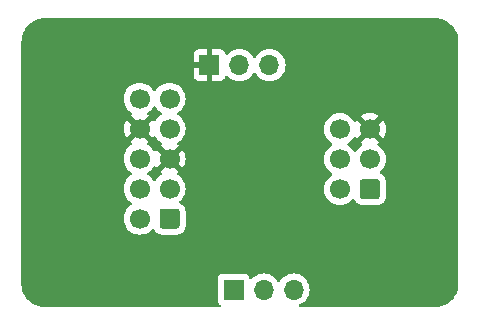
<source format=gbl>
G04 #@! TF.GenerationSoftware,KiCad,Pcbnew,8.0.5-8.0.5-0~ubuntu20.04.1*
G04 #@! TF.CreationDate,2025-01-24T13:48:22+00:00*
G04 #@! TF.ProjectId,wchlinke-tagconnect,7763686c-696e-46b6-952d-746167636f6e,rev?*
G04 #@! TF.SameCoordinates,Original*
G04 #@! TF.FileFunction,Copper,L2,Bot*
G04 #@! TF.FilePolarity,Positive*
%FSLAX46Y46*%
G04 Gerber Fmt 4.6, Leading zero omitted, Abs format (unit mm)*
G04 Created by KiCad (PCBNEW 8.0.5-8.0.5-0~ubuntu20.04.1) date 2025-01-24 13:48:22*
%MOMM*%
%LPD*%
G01*
G04 APERTURE LIST*
G04 #@! TA.AperFunction,ComponentPad*
%ADD10R,1.700000X1.700000*%
G04 #@! TD*
G04 #@! TA.AperFunction,ComponentPad*
%ADD11O,1.700000X1.700000*%
G04 #@! TD*
G04 #@! TA.AperFunction,ComponentPad*
%ADD12C,1.700000*%
G04 #@! TD*
G04 APERTURE END LIST*
D10*
X43460000Y-51000000D03*
D11*
X46000000Y-51000000D03*
X48540000Y-51000000D03*
G04 #@! TA.AperFunction,ComponentPad*
G36*
G01*
X38890000Y-44400000D02*
X38890000Y-45600000D01*
G75*
G02*
X38640000Y-45850000I-250000J0D01*
G01*
X37440000Y-45850000D01*
G75*
G02*
X37190000Y-45600000I0J250000D01*
G01*
X37190000Y-44400000D01*
G75*
G02*
X37440000Y-44150000I250000J0D01*
G01*
X38640000Y-44150000D01*
G75*
G02*
X38890000Y-44400000I0J-250000D01*
G01*
G37*
G04 #@! TD.AperFunction*
D12*
X35500000Y-45000000D03*
X38040000Y-42460000D03*
X35500000Y-42460000D03*
X38040000Y-39920000D03*
X35500000Y-39920000D03*
X38040000Y-37380000D03*
X35500000Y-37380000D03*
X38040000Y-34840000D03*
X35500000Y-34840000D03*
D10*
X41420000Y-32000000D03*
D11*
X43960000Y-32000000D03*
X46500000Y-32000000D03*
G04 #@! TA.AperFunction,ComponentPad*
G36*
G01*
X55850000Y-41900000D02*
X55850000Y-43100000D01*
G75*
G02*
X55600000Y-43350000I-250000J0D01*
G01*
X54400000Y-43350000D01*
G75*
G02*
X54150000Y-43100000I0J250000D01*
G01*
X54150000Y-41900000D01*
G75*
G02*
X54400000Y-41650000I250000J0D01*
G01*
X55600000Y-41650000D01*
G75*
G02*
X55850000Y-41900000I0J-250000D01*
G01*
G37*
G04 #@! TD.AperFunction*
D12*
X52460000Y-42500000D03*
X55000000Y-39960000D03*
X52460000Y-39960000D03*
X55000000Y-37420000D03*
X52460000Y-37420000D03*
G04 #@! TA.AperFunction,Conductor*
G36*
X37574075Y-40112993D02*
G01*
X37639901Y-40227007D01*
X37732993Y-40320099D01*
X37847007Y-40385925D01*
X37910590Y-40402962D01*
X37278625Y-41034925D01*
X37354594Y-41088119D01*
X37398219Y-41142696D01*
X37405413Y-41212194D01*
X37373890Y-41274549D01*
X37354595Y-41291269D01*
X37168594Y-41421508D01*
X37001505Y-41588597D01*
X36871575Y-41774158D01*
X36816998Y-41817783D01*
X36747500Y-41824977D01*
X36685145Y-41793454D01*
X36668425Y-41774158D01*
X36538494Y-41588597D01*
X36371402Y-41421506D01*
X36371396Y-41421501D01*
X36185842Y-41291575D01*
X36142217Y-41236998D01*
X36135023Y-41167500D01*
X36166546Y-41105145D01*
X36185842Y-41088425D01*
X36229557Y-41057815D01*
X36371401Y-40958495D01*
X36538495Y-40791401D01*
X36668732Y-40605403D01*
X36723307Y-40561780D01*
X36792805Y-40554586D01*
X36855160Y-40586109D01*
X36871880Y-40605405D01*
X36925073Y-40681373D01*
X37557037Y-40049409D01*
X37574075Y-40112993D01*
G37*
G04 #@! TD.AperFunction*
G04 #@! TA.AperFunction,Conductor*
G36*
X36614925Y-38141373D02*
G01*
X36668119Y-38065405D01*
X36722696Y-38021781D01*
X36792195Y-38014588D01*
X36854549Y-38046110D01*
X36871269Y-38065405D01*
X37001505Y-38251401D01*
X37168599Y-38418495D01*
X37353721Y-38548119D01*
X37354594Y-38548730D01*
X37398218Y-38603307D01*
X37405411Y-38672806D01*
X37373889Y-38735160D01*
X37354593Y-38751880D01*
X37278626Y-38805072D01*
X37278625Y-38805072D01*
X37910590Y-39437037D01*
X37847007Y-39454075D01*
X37732993Y-39519901D01*
X37639901Y-39612993D01*
X37574075Y-39727007D01*
X37557037Y-39790590D01*
X36925073Y-39158626D01*
X36871881Y-39234594D01*
X36817304Y-39278219D01*
X36747806Y-39285413D01*
X36685451Y-39253891D01*
X36668730Y-39234594D01*
X36538494Y-39048597D01*
X36371402Y-38881506D01*
X36371401Y-38881505D01*
X36203844Y-38764180D01*
X36185405Y-38751269D01*
X36141781Y-38696692D01*
X36134588Y-38627193D01*
X36166110Y-38564839D01*
X36185405Y-38548119D01*
X36261373Y-38494925D01*
X35629409Y-37862962D01*
X35692993Y-37845925D01*
X35807007Y-37780099D01*
X35900099Y-37687007D01*
X35965925Y-37572993D01*
X35982962Y-37509410D01*
X36614925Y-38141373D01*
G37*
G04 #@! TD.AperFunction*
G04 #@! TA.AperFunction,Conductor*
G36*
X36854855Y-35506546D02*
G01*
X36871575Y-35525842D01*
X37001501Y-35711396D01*
X37001506Y-35711402D01*
X37168597Y-35878493D01*
X37168603Y-35878498D01*
X37354158Y-36008425D01*
X37397783Y-36063002D01*
X37404977Y-36132500D01*
X37373454Y-36194855D01*
X37354158Y-36211575D01*
X37168597Y-36341505D01*
X37001505Y-36508597D01*
X36871269Y-36694595D01*
X36816692Y-36738220D01*
X36747194Y-36745414D01*
X36684839Y-36713891D01*
X36668119Y-36694595D01*
X36614925Y-36618626D01*
X36614925Y-36618625D01*
X35982962Y-37250589D01*
X35965925Y-37187007D01*
X35900099Y-37072993D01*
X35807007Y-36979901D01*
X35692993Y-36914075D01*
X35629410Y-36897037D01*
X36261373Y-36265073D01*
X36261373Y-36265072D01*
X36185405Y-36211880D01*
X36141780Y-36157304D01*
X36134586Y-36087805D01*
X36166108Y-36025451D01*
X36185399Y-36008734D01*
X36371401Y-35878495D01*
X36538495Y-35711401D01*
X36668425Y-35525842D01*
X36723002Y-35482217D01*
X36792500Y-35475023D01*
X36854855Y-35506546D01*
G37*
G04 #@! TD.AperFunction*
G04 #@! TA.AperFunction,Conductor*
G36*
X54534075Y-37612993D02*
G01*
X54599901Y-37727007D01*
X54692993Y-37820099D01*
X54807007Y-37885925D01*
X54870590Y-37902962D01*
X54238625Y-38534925D01*
X54314594Y-38588119D01*
X54358219Y-38642696D01*
X54365413Y-38712194D01*
X54333890Y-38774549D01*
X54314595Y-38791269D01*
X54128594Y-38921508D01*
X53961505Y-39088597D01*
X53831575Y-39274158D01*
X53776998Y-39317783D01*
X53707500Y-39324977D01*
X53645145Y-39293454D01*
X53628425Y-39274158D01*
X53498494Y-39088597D01*
X53331402Y-38921506D01*
X53331396Y-38921501D01*
X53145842Y-38791575D01*
X53102217Y-38736998D01*
X53095023Y-38667500D01*
X53126546Y-38605145D01*
X53145842Y-38588425D01*
X53222248Y-38534925D01*
X53331401Y-38458495D01*
X53498495Y-38291401D01*
X53628732Y-38105403D01*
X53683307Y-38061780D01*
X53752805Y-38054586D01*
X53815160Y-38086109D01*
X53831880Y-38105405D01*
X53885073Y-38181373D01*
X54517037Y-37549409D01*
X54534075Y-37612993D01*
G37*
G04 #@! TD.AperFunction*
G04 #@! TA.AperFunction,Conductor*
G36*
X60504043Y-28000765D02*
G01*
X60752895Y-28017075D01*
X60768953Y-28019190D01*
X60976105Y-28060395D01*
X61009535Y-28067045D01*
X61025202Y-28071243D01*
X61194947Y-28128863D01*
X61257481Y-28150091D01*
X61272458Y-28156294D01*
X61481799Y-28259529D01*
X61492460Y-28264787D01*
X61506508Y-28272897D01*
X61710464Y-28409177D01*
X61723328Y-28419048D01*
X61907749Y-28580781D01*
X61919218Y-28592250D01*
X62080951Y-28776671D01*
X62090825Y-28789539D01*
X62227102Y-28993492D01*
X62235212Y-29007539D01*
X62343702Y-29227534D01*
X62349909Y-29242520D01*
X62428756Y-29474797D01*
X62432954Y-29490464D01*
X62480807Y-29731035D01*
X62482925Y-29747116D01*
X62499235Y-29995956D01*
X62499500Y-30004066D01*
X62499500Y-50495933D01*
X62499235Y-50504043D01*
X62482925Y-50752883D01*
X62480807Y-50768964D01*
X62432954Y-51009535D01*
X62428756Y-51025202D01*
X62349909Y-51257479D01*
X62343702Y-51272465D01*
X62235212Y-51492460D01*
X62227102Y-51506507D01*
X62090825Y-51710460D01*
X62080951Y-51723328D01*
X61919218Y-51907749D01*
X61907749Y-51919218D01*
X61723328Y-52080951D01*
X61710460Y-52090825D01*
X61506507Y-52227102D01*
X61492460Y-52235212D01*
X61272465Y-52343702D01*
X61257479Y-52349909D01*
X61025202Y-52428756D01*
X61009535Y-52432954D01*
X60768964Y-52480807D01*
X60752883Y-52482925D01*
X60504043Y-52499235D01*
X60495933Y-52499500D01*
X49079196Y-52499500D01*
X49012157Y-52479815D01*
X48966402Y-52427011D01*
X48956458Y-52357853D01*
X48985483Y-52294297D01*
X49026791Y-52263118D01*
X49217830Y-52174035D01*
X49411401Y-52038495D01*
X49578495Y-51871401D01*
X49714035Y-51677830D01*
X49813903Y-51463663D01*
X49875063Y-51235408D01*
X49895659Y-51000000D01*
X49875063Y-50764592D01*
X49813903Y-50536337D01*
X49714035Y-50322171D01*
X49708425Y-50314158D01*
X49578494Y-50128597D01*
X49411402Y-49961506D01*
X49411395Y-49961501D01*
X49217834Y-49825967D01*
X49217830Y-49825965D01*
X49217828Y-49825964D01*
X49003663Y-49726097D01*
X49003659Y-49726096D01*
X49003655Y-49726094D01*
X48775413Y-49664938D01*
X48775403Y-49664936D01*
X48540001Y-49644341D01*
X48539999Y-49644341D01*
X48304596Y-49664936D01*
X48304586Y-49664938D01*
X48076344Y-49726094D01*
X48076335Y-49726098D01*
X47862171Y-49825964D01*
X47862169Y-49825965D01*
X47668597Y-49961505D01*
X47501505Y-50128597D01*
X47371575Y-50314158D01*
X47316998Y-50357783D01*
X47247500Y-50364977D01*
X47185145Y-50333454D01*
X47168425Y-50314158D01*
X47038494Y-50128597D01*
X46871402Y-49961506D01*
X46871395Y-49961501D01*
X46677834Y-49825967D01*
X46677830Y-49825965D01*
X46677828Y-49825964D01*
X46463663Y-49726097D01*
X46463659Y-49726096D01*
X46463655Y-49726094D01*
X46235413Y-49664938D01*
X46235403Y-49664936D01*
X46000001Y-49644341D01*
X45999999Y-49644341D01*
X45764596Y-49664936D01*
X45764586Y-49664938D01*
X45536344Y-49726094D01*
X45536335Y-49726098D01*
X45322171Y-49825964D01*
X45322169Y-49825965D01*
X45128600Y-49961503D01*
X45006673Y-50083430D01*
X44945350Y-50116914D01*
X44875658Y-50111930D01*
X44819725Y-50070058D01*
X44802810Y-50039081D01*
X44753797Y-49907671D01*
X44753793Y-49907664D01*
X44667547Y-49792455D01*
X44667544Y-49792452D01*
X44552335Y-49706206D01*
X44552328Y-49706202D01*
X44417482Y-49655908D01*
X44417483Y-49655908D01*
X44357883Y-49649501D01*
X44357881Y-49649500D01*
X44357873Y-49649500D01*
X44357864Y-49649500D01*
X42562129Y-49649500D01*
X42562123Y-49649501D01*
X42502516Y-49655908D01*
X42367671Y-49706202D01*
X42367664Y-49706206D01*
X42252455Y-49792452D01*
X42252452Y-49792455D01*
X42166206Y-49907664D01*
X42166202Y-49907671D01*
X42115908Y-50042517D01*
X42109501Y-50102116D01*
X42109500Y-50102135D01*
X42109500Y-51897870D01*
X42109501Y-51897876D01*
X42115908Y-51957483D01*
X42166202Y-52092328D01*
X42166206Y-52092335D01*
X42252452Y-52207544D01*
X42252455Y-52207547D01*
X42344208Y-52276234D01*
X42386079Y-52332168D01*
X42391063Y-52401859D01*
X42357577Y-52463182D01*
X42296254Y-52496666D01*
X42269897Y-52499500D01*
X27504067Y-52499500D01*
X27495957Y-52499235D01*
X27247116Y-52482925D01*
X27231035Y-52480807D01*
X26990464Y-52432954D01*
X26974797Y-52428756D01*
X26742520Y-52349909D01*
X26727534Y-52343702D01*
X26507539Y-52235212D01*
X26493492Y-52227102D01*
X26291793Y-52092331D01*
X26289537Y-52090824D01*
X26276671Y-52080951D01*
X26092250Y-51919218D01*
X26080781Y-51907749D01*
X25919048Y-51723328D01*
X25909174Y-51710460D01*
X25887371Y-51677830D01*
X25772897Y-51506507D01*
X25764787Y-51492460D01*
X25658855Y-51277652D01*
X25656294Y-51272458D01*
X25650090Y-51257479D01*
X25571243Y-51025202D01*
X25567045Y-51009535D01*
X25559186Y-50970026D01*
X25519190Y-50768953D01*
X25517075Y-50752895D01*
X25500765Y-50504043D01*
X25500500Y-50495933D01*
X25500500Y-34839999D01*
X34144341Y-34839999D01*
X34144341Y-34840000D01*
X34164936Y-35075403D01*
X34164938Y-35075413D01*
X34226094Y-35303655D01*
X34226096Y-35303659D01*
X34226097Y-35303663D01*
X34230000Y-35312032D01*
X34325965Y-35517830D01*
X34325967Y-35517834D01*
X34434281Y-35672521D01*
X34461505Y-35711401D01*
X34628599Y-35878495D01*
X34814158Y-36008425D01*
X34814594Y-36008730D01*
X34858218Y-36063307D01*
X34865411Y-36132806D01*
X34833889Y-36195160D01*
X34814593Y-36211880D01*
X34738626Y-36265072D01*
X34738625Y-36265072D01*
X35370590Y-36897037D01*
X35307007Y-36914075D01*
X35192993Y-36979901D01*
X35099901Y-37072993D01*
X35034075Y-37187007D01*
X35017037Y-37250590D01*
X34385072Y-36618625D01*
X34326401Y-36702419D01*
X34226570Y-36916507D01*
X34226566Y-36916516D01*
X34165432Y-37144673D01*
X34165430Y-37144684D01*
X34144843Y-37379998D01*
X34144843Y-37380001D01*
X34165430Y-37615315D01*
X34165432Y-37615326D01*
X34226566Y-37843483D01*
X34226570Y-37843492D01*
X34326400Y-38057579D01*
X34326402Y-38057583D01*
X34385072Y-38141373D01*
X34385073Y-38141373D01*
X35017037Y-37509409D01*
X35034075Y-37572993D01*
X35099901Y-37687007D01*
X35192993Y-37780099D01*
X35307007Y-37845925D01*
X35370590Y-37862962D01*
X34738625Y-38494925D01*
X34814594Y-38548119D01*
X34858219Y-38602696D01*
X34865413Y-38672194D01*
X34833890Y-38734549D01*
X34814595Y-38751269D01*
X34628594Y-38881508D01*
X34461505Y-39048597D01*
X34325965Y-39242169D01*
X34325964Y-39242171D01*
X34226098Y-39456335D01*
X34226094Y-39456344D01*
X34164938Y-39684586D01*
X34164936Y-39684596D01*
X34144341Y-39919999D01*
X34144341Y-39920000D01*
X34164936Y-40155403D01*
X34164938Y-40155413D01*
X34226094Y-40383655D01*
X34226096Y-40383659D01*
X34226097Y-40383663D01*
X34244750Y-40423664D01*
X34325965Y-40597830D01*
X34325967Y-40597834D01*
X34346072Y-40626546D01*
X34461501Y-40791396D01*
X34461506Y-40791402D01*
X34628597Y-40958493D01*
X34628603Y-40958498D01*
X34814158Y-41088425D01*
X34857783Y-41143002D01*
X34864977Y-41212500D01*
X34833454Y-41274855D01*
X34814158Y-41291575D01*
X34628597Y-41421505D01*
X34461505Y-41588597D01*
X34325965Y-41782169D01*
X34325964Y-41782171D01*
X34226098Y-41996335D01*
X34226094Y-41996344D01*
X34164938Y-42224586D01*
X34164936Y-42224596D01*
X34144341Y-42459999D01*
X34144341Y-42460000D01*
X34164936Y-42695403D01*
X34164938Y-42695413D01*
X34226094Y-42923655D01*
X34226096Y-42923659D01*
X34226097Y-42923663D01*
X34244750Y-42963664D01*
X34325965Y-43137830D01*
X34325967Y-43137834D01*
X34353973Y-43177830D01*
X34461501Y-43331396D01*
X34461506Y-43331402D01*
X34628597Y-43498493D01*
X34628603Y-43498498D01*
X34814158Y-43628425D01*
X34857783Y-43683002D01*
X34864977Y-43752500D01*
X34833454Y-43814855D01*
X34814158Y-43831575D01*
X34628597Y-43961505D01*
X34461505Y-44128597D01*
X34325965Y-44322169D01*
X34325964Y-44322171D01*
X34226098Y-44536335D01*
X34226094Y-44536344D01*
X34164938Y-44764586D01*
X34164936Y-44764596D01*
X34144341Y-44999999D01*
X34144341Y-45000000D01*
X34164936Y-45235403D01*
X34164938Y-45235413D01*
X34226094Y-45463655D01*
X34226096Y-45463659D01*
X34226097Y-45463663D01*
X34310499Y-45644663D01*
X34325965Y-45677830D01*
X34325967Y-45677834D01*
X34432670Y-45830220D01*
X34461505Y-45871401D01*
X34628599Y-46038495D01*
X34671675Y-46068657D01*
X34822165Y-46174032D01*
X34822167Y-46174033D01*
X34822170Y-46174035D01*
X35036337Y-46273903D01*
X35264592Y-46335063D01*
X35441034Y-46350500D01*
X35499999Y-46355659D01*
X35500000Y-46355659D01*
X35500001Y-46355659D01*
X35558966Y-46350500D01*
X35735408Y-46335063D01*
X35963663Y-46273903D01*
X36177830Y-46174035D01*
X36371401Y-46038495D01*
X36538495Y-45871401D01*
X36538504Y-45871388D01*
X36539636Y-45870040D01*
X36540293Y-45869602D01*
X36542323Y-45867573D01*
X36542730Y-45867980D01*
X36597805Y-45831334D01*
X36667666Y-45830220D01*
X36727038Y-45867053D01*
X36752335Y-45910733D01*
X36755186Y-45919334D01*
X36847288Y-46068656D01*
X36971344Y-46192712D01*
X37120666Y-46284814D01*
X37287203Y-46339999D01*
X37389991Y-46350500D01*
X38690008Y-46350499D01*
X38792797Y-46339999D01*
X38959334Y-46284814D01*
X39108656Y-46192712D01*
X39232712Y-46068656D01*
X39324814Y-45919334D01*
X39379999Y-45752797D01*
X39390500Y-45650009D01*
X39390499Y-44349992D01*
X39379999Y-44247203D01*
X39324814Y-44080666D01*
X39232712Y-43931344D01*
X39108656Y-43807288D01*
X39015888Y-43750069D01*
X38959336Y-43715187D01*
X38959331Y-43715185D01*
X38959215Y-43715146D01*
X38950733Y-43712336D01*
X38893290Y-43672564D01*
X38866467Y-43608048D01*
X38878782Y-43539272D01*
X38907767Y-43502517D01*
X38907573Y-43502323D01*
X38909219Y-43500676D01*
X38910040Y-43499636D01*
X38911388Y-43498504D01*
X38911401Y-43498495D01*
X39078495Y-43331401D01*
X39214035Y-43137830D01*
X39313903Y-42923663D01*
X39375063Y-42695408D01*
X39395659Y-42460000D01*
X39375063Y-42224592D01*
X39313903Y-41996337D01*
X39214035Y-41782171D01*
X39208425Y-41774158D01*
X39078494Y-41588597D01*
X38911402Y-41421506D01*
X38911401Y-41421505D01*
X38725405Y-41291269D01*
X38681781Y-41236692D01*
X38674588Y-41167193D01*
X38706110Y-41104839D01*
X38725405Y-41088119D01*
X38801373Y-41034925D01*
X38169409Y-40402962D01*
X38232993Y-40385925D01*
X38347007Y-40320099D01*
X38440099Y-40227007D01*
X38505925Y-40112993D01*
X38522962Y-40049410D01*
X39154925Y-40681373D01*
X39154926Y-40681373D01*
X39213598Y-40597582D01*
X39213600Y-40597578D01*
X39313429Y-40383492D01*
X39313433Y-40383483D01*
X39374567Y-40155326D01*
X39374569Y-40155315D01*
X39395157Y-39920001D01*
X39395157Y-39919998D01*
X39374569Y-39684684D01*
X39374567Y-39684673D01*
X39313433Y-39456516D01*
X39313429Y-39456507D01*
X39213600Y-39242423D01*
X39213599Y-39242421D01*
X39154925Y-39158626D01*
X39154925Y-39158625D01*
X38522962Y-39790589D01*
X38505925Y-39727007D01*
X38440099Y-39612993D01*
X38347007Y-39519901D01*
X38232993Y-39454075D01*
X38169410Y-39437037D01*
X38801373Y-38805073D01*
X38801373Y-38805072D01*
X38725405Y-38751880D01*
X38681780Y-38697304D01*
X38674586Y-38627805D01*
X38706108Y-38565451D01*
X38725399Y-38548734D01*
X38911401Y-38418495D01*
X39078495Y-38251401D01*
X39214035Y-38057830D01*
X39313903Y-37843663D01*
X39375063Y-37615408D01*
X39392159Y-37419999D01*
X51104341Y-37419999D01*
X51104341Y-37420000D01*
X51124936Y-37655403D01*
X51124938Y-37655413D01*
X51186094Y-37883655D01*
X51186096Y-37883659D01*
X51186097Y-37883663D01*
X51267313Y-38057830D01*
X51285965Y-38097830D01*
X51285967Y-38097834D01*
X51316454Y-38141373D01*
X51421501Y-38291396D01*
X51421506Y-38291402D01*
X51588597Y-38458493D01*
X51588603Y-38458498D01*
X51774158Y-38588425D01*
X51817783Y-38643002D01*
X51824977Y-38712500D01*
X51793454Y-38774855D01*
X51774158Y-38791575D01*
X51588597Y-38921505D01*
X51421505Y-39088597D01*
X51285965Y-39282169D01*
X51285964Y-39282171D01*
X51186098Y-39496335D01*
X51186094Y-39496344D01*
X51124938Y-39724586D01*
X51124936Y-39724596D01*
X51104341Y-39959999D01*
X51104341Y-39960000D01*
X51124936Y-40195403D01*
X51124938Y-40195413D01*
X51186094Y-40423655D01*
X51186096Y-40423659D01*
X51186097Y-40423663D01*
X51190000Y-40432032D01*
X51285965Y-40637830D01*
X51285967Y-40637834D01*
X51316454Y-40681373D01*
X51421501Y-40831396D01*
X51421506Y-40831402D01*
X51588597Y-40998493D01*
X51588603Y-40998498D01*
X51774158Y-41128425D01*
X51817783Y-41183002D01*
X51824977Y-41252500D01*
X51793454Y-41314855D01*
X51774158Y-41331575D01*
X51588597Y-41461505D01*
X51421505Y-41628597D01*
X51285965Y-41822169D01*
X51285964Y-41822171D01*
X51186098Y-42036335D01*
X51186094Y-42036344D01*
X51124938Y-42264586D01*
X51124936Y-42264596D01*
X51104341Y-42499999D01*
X51104341Y-42500000D01*
X51124936Y-42735403D01*
X51124938Y-42735413D01*
X51186094Y-42963655D01*
X51186096Y-42963659D01*
X51186097Y-42963663D01*
X51250706Y-43102217D01*
X51285965Y-43177830D01*
X51285967Y-43177834D01*
X51392670Y-43330220D01*
X51421505Y-43371401D01*
X51588599Y-43538495D01*
X51631675Y-43568657D01*
X51782165Y-43674032D01*
X51782167Y-43674033D01*
X51782170Y-43674035D01*
X51996337Y-43773903D01*
X51996343Y-43773904D01*
X51996344Y-43773905D01*
X52037050Y-43784812D01*
X52224592Y-43835063D01*
X52401034Y-43850500D01*
X52459999Y-43855659D01*
X52460000Y-43855659D01*
X52460001Y-43855659D01*
X52518966Y-43850500D01*
X52695408Y-43835063D01*
X52923663Y-43773903D01*
X53137830Y-43674035D01*
X53331401Y-43538495D01*
X53498495Y-43371401D01*
X53498504Y-43371388D01*
X53499636Y-43370040D01*
X53500293Y-43369602D01*
X53502323Y-43367573D01*
X53502730Y-43367980D01*
X53557805Y-43331334D01*
X53627666Y-43330220D01*
X53687038Y-43367053D01*
X53712335Y-43410733D01*
X53715186Y-43419334D01*
X53807288Y-43568656D01*
X53931344Y-43692712D01*
X54080666Y-43784814D01*
X54247203Y-43839999D01*
X54349991Y-43850500D01*
X55650008Y-43850499D01*
X55752797Y-43839999D01*
X55919334Y-43784814D01*
X56068656Y-43692712D01*
X56192712Y-43568656D01*
X56284814Y-43419334D01*
X56339999Y-43252797D01*
X56350500Y-43150009D01*
X56350499Y-41849992D01*
X56342752Y-41774158D01*
X56339999Y-41747203D01*
X56339998Y-41747200D01*
X56306699Y-41646711D01*
X56284814Y-41580666D01*
X56192712Y-41431344D01*
X56068656Y-41307288D01*
X55954201Y-41236692D01*
X55919336Y-41215187D01*
X55919331Y-41215185D01*
X55919215Y-41215146D01*
X55910733Y-41212336D01*
X55853290Y-41172564D01*
X55826467Y-41108048D01*
X55838782Y-41039272D01*
X55867767Y-41002517D01*
X55867573Y-41002323D01*
X55869219Y-41000676D01*
X55870040Y-40999636D01*
X55871388Y-40998504D01*
X55871401Y-40998495D01*
X56038495Y-40831401D01*
X56174035Y-40637830D01*
X56273903Y-40423663D01*
X56335063Y-40195408D01*
X56355659Y-39960000D01*
X56335063Y-39724592D01*
X56273903Y-39496337D01*
X56174035Y-39282171D01*
X56168425Y-39274158D01*
X56038494Y-39088597D01*
X55871402Y-38921506D01*
X55871401Y-38921505D01*
X55685405Y-38791269D01*
X55641781Y-38736692D01*
X55634588Y-38667193D01*
X55666110Y-38604839D01*
X55685405Y-38588119D01*
X55761373Y-38534925D01*
X55129409Y-37902962D01*
X55192993Y-37885925D01*
X55307007Y-37820099D01*
X55400099Y-37727007D01*
X55465925Y-37612993D01*
X55482962Y-37549410D01*
X56114925Y-38181373D01*
X56114926Y-38181373D01*
X56173598Y-38097582D01*
X56173600Y-38097578D01*
X56273429Y-37883492D01*
X56273433Y-37883483D01*
X56334567Y-37655326D01*
X56334569Y-37655315D01*
X56355157Y-37420001D01*
X56355157Y-37419998D01*
X56334569Y-37184684D01*
X56334567Y-37184673D01*
X56273433Y-36956516D01*
X56273429Y-36956507D01*
X56173600Y-36742423D01*
X56173599Y-36742421D01*
X56114925Y-36658626D01*
X56114925Y-36658625D01*
X55482962Y-37290589D01*
X55465925Y-37227007D01*
X55400099Y-37112993D01*
X55307007Y-37019901D01*
X55192993Y-36954075D01*
X55129410Y-36937037D01*
X55761373Y-36305073D01*
X55761373Y-36305072D01*
X55677583Y-36246402D01*
X55677579Y-36246400D01*
X55463492Y-36146570D01*
X55463483Y-36146566D01*
X55235326Y-36085432D01*
X55235315Y-36085430D01*
X55000002Y-36064843D01*
X54999998Y-36064843D01*
X54764684Y-36085430D01*
X54764673Y-36085432D01*
X54536516Y-36146566D01*
X54536507Y-36146570D01*
X54322419Y-36246401D01*
X54238625Y-36305072D01*
X54870590Y-36937037D01*
X54807007Y-36954075D01*
X54692993Y-37019901D01*
X54599901Y-37112993D01*
X54534075Y-37227007D01*
X54517037Y-37290590D01*
X53885073Y-36658626D01*
X53831881Y-36734594D01*
X53777304Y-36778219D01*
X53707806Y-36785413D01*
X53645451Y-36753891D01*
X53628730Y-36734594D01*
X53498494Y-36548597D01*
X53331402Y-36381506D01*
X53331395Y-36381501D01*
X53137834Y-36245967D01*
X53137830Y-36245965D01*
X53137828Y-36245964D01*
X52923663Y-36146097D01*
X52923659Y-36146096D01*
X52923655Y-36146094D01*
X52695413Y-36084938D01*
X52695403Y-36084936D01*
X52460001Y-36064341D01*
X52459999Y-36064341D01*
X52224596Y-36084936D01*
X52224586Y-36084938D01*
X51996344Y-36146094D01*
X51996335Y-36146098D01*
X51782171Y-36245964D01*
X51782169Y-36245965D01*
X51588597Y-36381505D01*
X51421505Y-36548597D01*
X51285965Y-36742169D01*
X51285964Y-36742171D01*
X51186098Y-36956335D01*
X51186094Y-36956344D01*
X51124938Y-37184586D01*
X51124936Y-37184596D01*
X51104341Y-37419999D01*
X39392159Y-37419999D01*
X39395659Y-37380000D01*
X39393399Y-37354174D01*
X39389900Y-37314174D01*
X39375063Y-37144592D01*
X39324015Y-36954075D01*
X39313905Y-36916344D01*
X39313904Y-36916343D01*
X39313903Y-36916337D01*
X39214035Y-36702171D01*
X39208731Y-36694595D01*
X39078494Y-36508597D01*
X38911402Y-36341506D01*
X38911396Y-36341501D01*
X38725842Y-36211575D01*
X38682217Y-36156998D01*
X38675023Y-36087500D01*
X38706546Y-36025145D01*
X38725842Y-36008425D01*
X38748026Y-35992891D01*
X38911401Y-35878495D01*
X39078495Y-35711401D01*
X39214035Y-35517830D01*
X39313903Y-35303663D01*
X39375063Y-35075408D01*
X39395659Y-34840000D01*
X39375063Y-34604592D01*
X39313903Y-34376337D01*
X39214035Y-34162171D01*
X39208425Y-34154158D01*
X39078494Y-33968597D01*
X38911402Y-33801506D01*
X38911395Y-33801501D01*
X38717834Y-33665967D01*
X38717830Y-33665965D01*
X38717828Y-33665964D01*
X38503663Y-33566097D01*
X38503659Y-33566096D01*
X38503655Y-33566094D01*
X38275413Y-33504938D01*
X38275403Y-33504936D01*
X38040001Y-33484341D01*
X38039999Y-33484341D01*
X37804596Y-33504936D01*
X37804586Y-33504938D01*
X37576344Y-33566094D01*
X37576335Y-33566098D01*
X37362171Y-33665964D01*
X37362169Y-33665965D01*
X37168597Y-33801505D01*
X37001505Y-33968597D01*
X36871575Y-34154158D01*
X36816998Y-34197783D01*
X36747500Y-34204977D01*
X36685145Y-34173454D01*
X36668425Y-34154158D01*
X36538494Y-33968597D01*
X36371402Y-33801506D01*
X36371395Y-33801501D01*
X36177834Y-33665967D01*
X36177830Y-33665965D01*
X36177828Y-33665964D01*
X35963663Y-33566097D01*
X35963659Y-33566096D01*
X35963655Y-33566094D01*
X35735413Y-33504938D01*
X35735403Y-33504936D01*
X35500001Y-33484341D01*
X35499999Y-33484341D01*
X35264596Y-33504936D01*
X35264586Y-33504938D01*
X35036344Y-33566094D01*
X35036335Y-33566098D01*
X34822171Y-33665964D01*
X34822169Y-33665965D01*
X34628597Y-33801505D01*
X34461505Y-33968597D01*
X34325965Y-34162169D01*
X34325964Y-34162171D01*
X34226098Y-34376335D01*
X34226094Y-34376344D01*
X34164938Y-34604586D01*
X34164936Y-34604596D01*
X34144341Y-34839999D01*
X25500500Y-34839999D01*
X25500500Y-31102155D01*
X40070000Y-31102155D01*
X40070000Y-31750000D01*
X40986988Y-31750000D01*
X40954075Y-31807007D01*
X40920000Y-31934174D01*
X40920000Y-32065826D01*
X40954075Y-32192993D01*
X40986988Y-32250000D01*
X40070000Y-32250000D01*
X40070000Y-32897844D01*
X40076401Y-32957372D01*
X40076403Y-32957379D01*
X40126645Y-33092086D01*
X40126649Y-33092093D01*
X40212809Y-33207187D01*
X40212812Y-33207190D01*
X40327906Y-33293350D01*
X40327913Y-33293354D01*
X40462620Y-33343596D01*
X40462627Y-33343598D01*
X40522155Y-33349999D01*
X40522172Y-33350000D01*
X41170000Y-33350000D01*
X41170000Y-32433012D01*
X41227007Y-32465925D01*
X41354174Y-32500000D01*
X41485826Y-32500000D01*
X41612993Y-32465925D01*
X41670000Y-32433012D01*
X41670000Y-33350000D01*
X42317828Y-33350000D01*
X42317844Y-33349999D01*
X42377372Y-33343598D01*
X42377379Y-33343596D01*
X42512086Y-33293354D01*
X42512093Y-33293350D01*
X42627187Y-33207190D01*
X42627190Y-33207187D01*
X42713350Y-33092093D01*
X42713354Y-33092086D01*
X42762422Y-32960529D01*
X42804293Y-32904595D01*
X42869757Y-32880178D01*
X42938030Y-32895030D01*
X42966285Y-32916181D01*
X43088599Y-33038495D01*
X43165135Y-33092086D01*
X43282165Y-33174032D01*
X43282167Y-33174033D01*
X43282170Y-33174035D01*
X43496337Y-33273903D01*
X43724592Y-33335063D01*
X43895319Y-33350000D01*
X43959999Y-33355659D01*
X43960000Y-33355659D01*
X43960001Y-33355659D01*
X44024681Y-33350000D01*
X44195408Y-33335063D01*
X44423663Y-33273903D01*
X44637830Y-33174035D01*
X44831401Y-33038495D01*
X44998495Y-32871401D01*
X45128425Y-32685842D01*
X45183002Y-32642217D01*
X45252500Y-32635023D01*
X45314855Y-32666546D01*
X45331575Y-32685842D01*
X45461500Y-32871395D01*
X45461505Y-32871401D01*
X45628599Y-33038495D01*
X45705135Y-33092086D01*
X45822165Y-33174032D01*
X45822167Y-33174033D01*
X45822170Y-33174035D01*
X46036337Y-33273903D01*
X46264592Y-33335063D01*
X46435319Y-33350000D01*
X46499999Y-33355659D01*
X46500000Y-33355659D01*
X46500001Y-33355659D01*
X46564681Y-33350000D01*
X46735408Y-33335063D01*
X46963663Y-33273903D01*
X47177830Y-33174035D01*
X47371401Y-33038495D01*
X47538495Y-32871401D01*
X47674035Y-32677830D01*
X47773903Y-32463663D01*
X47835063Y-32235408D01*
X47855659Y-32000000D01*
X47835063Y-31764592D01*
X47773903Y-31536337D01*
X47674035Y-31322171D01*
X47668425Y-31314158D01*
X47538494Y-31128597D01*
X47371402Y-30961506D01*
X47371395Y-30961501D01*
X47177834Y-30825967D01*
X47177830Y-30825965D01*
X47106727Y-30792809D01*
X46963663Y-30726097D01*
X46963659Y-30726096D01*
X46963655Y-30726094D01*
X46735413Y-30664938D01*
X46735403Y-30664936D01*
X46500001Y-30644341D01*
X46499999Y-30644341D01*
X46264596Y-30664936D01*
X46264586Y-30664938D01*
X46036344Y-30726094D01*
X46036335Y-30726098D01*
X45822171Y-30825964D01*
X45822169Y-30825965D01*
X45628597Y-30961505D01*
X45461505Y-31128597D01*
X45331575Y-31314158D01*
X45276998Y-31357783D01*
X45207500Y-31364977D01*
X45145145Y-31333454D01*
X45128425Y-31314158D01*
X44998494Y-31128597D01*
X44831402Y-30961506D01*
X44831395Y-30961501D01*
X44637834Y-30825967D01*
X44637830Y-30825965D01*
X44566727Y-30792809D01*
X44423663Y-30726097D01*
X44423659Y-30726096D01*
X44423655Y-30726094D01*
X44195413Y-30664938D01*
X44195403Y-30664936D01*
X43960001Y-30644341D01*
X43959999Y-30644341D01*
X43724596Y-30664936D01*
X43724586Y-30664938D01*
X43496344Y-30726094D01*
X43496335Y-30726098D01*
X43282171Y-30825964D01*
X43282169Y-30825965D01*
X43088600Y-30961503D01*
X42966284Y-31083819D01*
X42904961Y-31117303D01*
X42835269Y-31112319D01*
X42779336Y-31070447D01*
X42762421Y-31039470D01*
X42713354Y-30907913D01*
X42713350Y-30907906D01*
X42627190Y-30792812D01*
X42627187Y-30792809D01*
X42512093Y-30706649D01*
X42512086Y-30706645D01*
X42377379Y-30656403D01*
X42377372Y-30656401D01*
X42317844Y-30650000D01*
X41670000Y-30650000D01*
X41670000Y-31566988D01*
X41612993Y-31534075D01*
X41485826Y-31500000D01*
X41354174Y-31500000D01*
X41227007Y-31534075D01*
X41170000Y-31566988D01*
X41170000Y-30650000D01*
X40522155Y-30650000D01*
X40462627Y-30656401D01*
X40462620Y-30656403D01*
X40327913Y-30706645D01*
X40327906Y-30706649D01*
X40212812Y-30792809D01*
X40212809Y-30792812D01*
X40126649Y-30907906D01*
X40126645Y-30907913D01*
X40076403Y-31042620D01*
X40076401Y-31042627D01*
X40070000Y-31102155D01*
X25500500Y-31102155D01*
X25500500Y-30004066D01*
X25500765Y-29995956D01*
X25504819Y-29934108D01*
X25517075Y-29747102D01*
X25519190Y-29731048D01*
X25567045Y-29490462D01*
X25571243Y-29474797D01*
X25594337Y-29406762D01*
X25650093Y-29242512D01*
X25656291Y-29227547D01*
X25764790Y-29007533D01*
X25772893Y-28993498D01*
X25909182Y-28789527D01*
X25919039Y-28776681D01*
X26080786Y-28592244D01*
X26092244Y-28580786D01*
X26276681Y-28419039D01*
X26289527Y-28409182D01*
X26493498Y-28272893D01*
X26507533Y-28264790D01*
X26727547Y-28156291D01*
X26742512Y-28150093D01*
X26906762Y-28094337D01*
X26974797Y-28071243D01*
X26990464Y-28067045D01*
X27231048Y-28019190D01*
X27247102Y-28017075D01*
X27495957Y-28000765D01*
X27504067Y-28000500D01*
X27565892Y-28000500D01*
X60434108Y-28000500D01*
X60495933Y-28000500D01*
X60504043Y-28000765D01*
G37*
G04 #@! TD.AperFunction*
M02*

</source>
